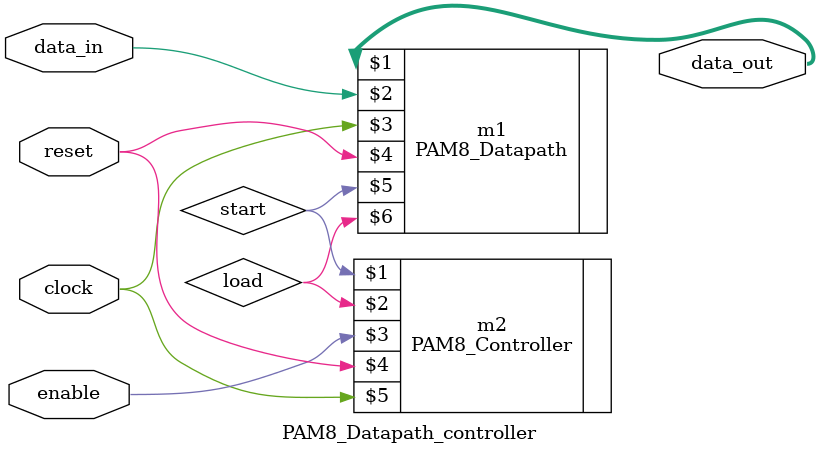
<source format=v>
/*--------------------------PAM8_Datapath_controller-------------------------------------------*/
module PAM8_Datapath_controller (data_in, data_out, reset, clock, enable);

input		  data_in, reset, clock, enable;
output	[2:0] data_out;

wire start, load;

//instantiate the 2 modules PAM8_Datapath and PAM8_Controller as m1 and m2 respectively
PAM8_Datapath	m1	(data_out, data_in, clock, reset, start, load);
PAM8_Controller m2	(start, load, enable, reset, clock);
endmodule
</source>
